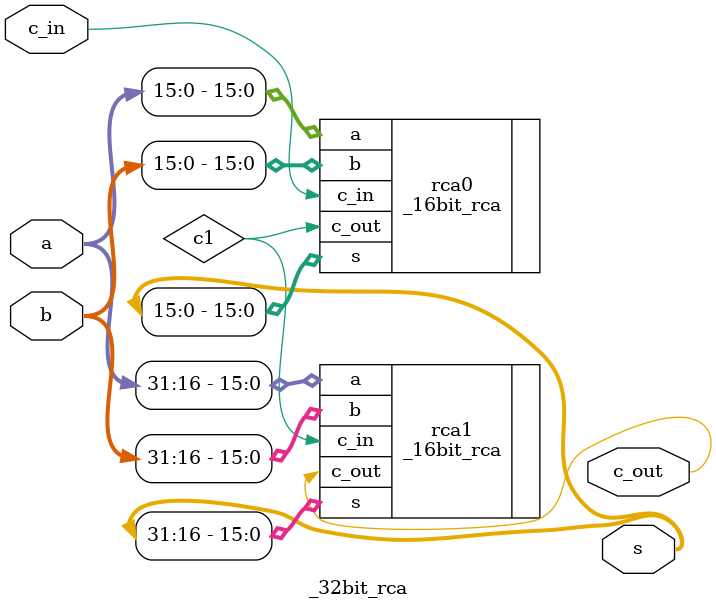
<source format=sv>
`ifndef __32BIT_RCA_SVH_
`define __32BIT_RCA_SVH_

`default_nettype none
`timescale 1us/100 ns

`include "16bit_rca.sv"

module _32bit_rca(a, b, c_in, s, c_out);

    input wire [31:0] a, b;
    input wire c_in;
    output wire [31:0] s;
    output wire c_out;

    wire c1;

    _16bit_rca rca0(
        .a(a[15:0]),
        .b(b[15:0]),
        .c_in(c_in),
        .s(s[15:0]),
        .c_out(c1)
    );

    _16bit_rca rca1(
        .a(a[31:16]),
        .b(b[31:16]),
        .c_in(c1),
        .s(s[31:16]),
        .c_out(c_out)
    );

endmodule

`endif  /* __32BIT_RCA_SVH_ */

</source>
